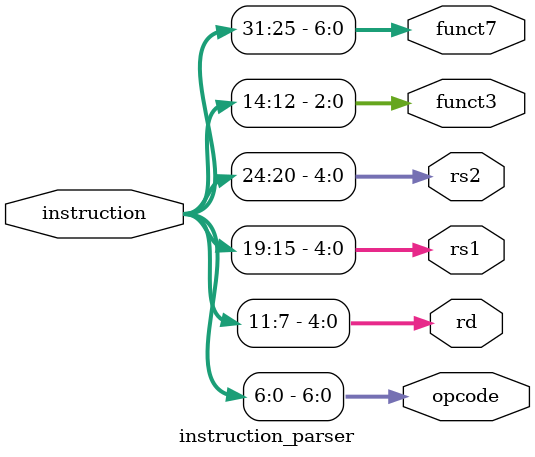
<source format=v>

module instruction_parser #(
    parameter INSTR_WIDTH = 32,
    parameter OPCODE_WIDTH = 7,
    parameter REG_ADDR_WIDTH = 5,
    parameter FUNCT3_WIDTH = 3,
    parameter FUNCT7_WIDTH = 7
)(
    input  wire [INSTR_WIDTH-1:0] instruction,

    output wire [OPCODE_WIDTH-1:0]   opcode,
    output wire [REG_ADDR_WIDTH-1:0] rd,
    output wire [REG_ADDR_WIDTH-1:0] rs1,
    output wire [REG_ADDR_WIDTH-1:0] rs2,
    output wire [FUNCT3_WIDTH-1:0]   funct3,
    output wire [FUNCT7_WIDTH-1:0]   funct7
);

    // Field extraction from RISC-V instruction encoding
    assign opcode = instruction[6:0];     // [6:0]   : opcode
    assign rd     = instruction[11:7];    // [11:7]  : destination register
    assign funct3 = instruction[14:12];   // [14:12] : funct3 field
    assign rs1    = instruction[19:15];   // [19:15] : source register 1
    assign rs2    = instruction[24:20];   // [24:20] : source register 2
    assign funct7 = instruction[31:25];   // [31:25] : funct7 field

endmodule

</source>
